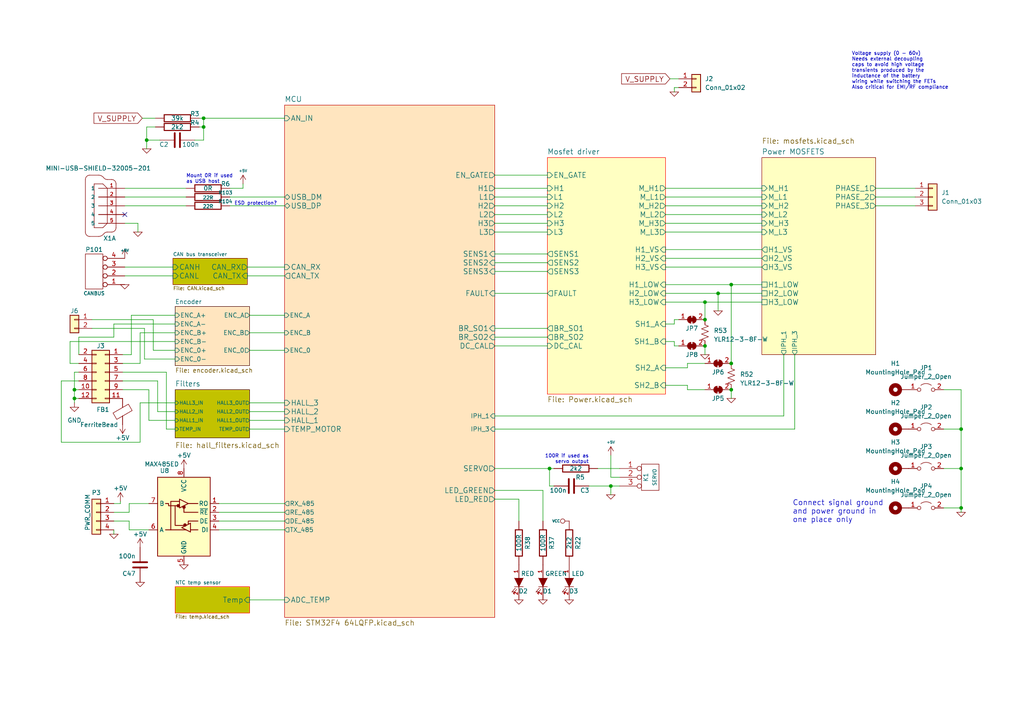
<source format=kicad_sch>
(kicad_sch (version 20230121) (generator eeschema)
  (paper "A4")
  (title_block (title "BLDC Driver 4.11") (date "21 aug 2015") (rev "4.12") (company "Benjamin Vedder") (comment 4 "Top level"))
  (lib_symbols
    (symbol "BLDC_4-rescue:+5V" (power) (pin_names (offset 0))
      (property "Value" "+5V" (at 0 3.556 0))
      (symbol "+5V_0_1"
        (polyline (pts (xy -0.762 1.27) (xy 0 2.54)))
        (polyline (pts (xy 0 0) (xy 0 2.54)))
        (polyline (pts (xy 0 2.54) (xy 0.762 1.27)))
      )
      (symbol "+5V_1_1"
        (pin power_in line (at 0 0 90) (length 0) hide (name "+5V") (number "1"))
      )
    )
    (symbol "BLDC_4-rescue:C-RESCUE-BLDC_4" (pin_numbers hide) (pin_names (offset 0.254))
      (property "Reference" "C" (at 0 2.54 0))
      (property "Value" "C-RESCUE-BLDC_4" (at 0.1524 -2.159 0))
      (symbol "C-RESCUE-BLDC_4_0_1"
        (polyline (pts (xy -2.032 -0.762) (xy 2.032 -0.762)) (stroke (width 0.508)))
        (polyline (pts (xy -2.032 0.762) (xy 2.032 0.762)) (stroke (width 0.508)))
      )
      (symbol "C-RESCUE-BLDC_4_1_1"
        (pin passive line (at 0 5.08 270) (length 4.318) (name "~") (number "1"))
        (pin passive line (at 0 -5.08 90) (length 4.318) (name "~") (number "2"))
      )
    )
    (symbol "BLDC_4-rescue:CONN_3" (pin_names (offset 1.016) hide)
      (property "Reference" "K" (at -1.27 0 90))
      (property "Value" "CONN_3" (at 1.27 0 90))
      (symbol "CONN_3_0_1"
        (rectangle (start -2.54 3.81) (end 2.54 -3.81))
      )
      (symbol "CONN_3_1_1"
        (pin passive inverted (at -8.89 2.54 0) (length 6.35) (name "P1") (number "1"))
        (pin passive inverted (at -8.89 0 0) (length 6.35) (name "PM") (number "2"))
        (pin passive inverted (at -8.89 -2.54 0) (length 6.35) (name "P3") (number "3"))
      )
    )
    (symbol "BLDC_4-rescue:CONN_4" (pin_names (offset 1.016) hide)
      (property "Reference" "P" (at -1.27 0 90))
      (property "Value" "CONN_4" (at 1.27 0 90))
      (symbol "CONN_4_0_1"
        (rectangle (start -2.54 5.08) (end 2.54 -5.08))
      )
      (symbol "CONN_4_1_1"
        (pin passive inverted (at -8.89 3.81 0) (length 6.35) (name "P1") (number "1"))
        (pin passive inverted (at -8.89 1.27 0) (length 6.35) (name "P2") (number "2"))
        (pin passive inverted (at -8.89 -1.27 0) (length 6.35) (name "P3") (number "3"))
        (pin passive inverted (at -8.89 -3.81 0) (length 6.35) (name "P4") (number "4"))
      )
    )
    (symbol "BLDC_4-rescue:GND-RESCUE-BLDC_4" (power) (pin_names (offset 0))
      (symbol "GND-RESCUE-BLDC_4_0_1"
        (polyline (pts (xy -1.27 0) (xy 0 -1.27) (xy 1.27 0) (xy -1.27 0)))
      )
      (symbol "GND-RESCUE-BLDC_4_1_1"
        (pin power_in line (at 0 0 90) (length 0) hide (name "GND") (number "1"))
      )
    )
    (symbol "BLDC_4-rescue:LED-RESCUE-BLDC_4" (pin_names (offset 1.016) hide)
      (property "Reference" "D" (at 0 2.54 0))
      (property "Value" "LED-RESCUE-BLDC_4" (at 0 -2.54 0))
      (symbol "LED-RESCUE-BLDC_4_0_1"
        (polyline (pts (xy 1.27 1.27) (xy 1.27 -1.27)))
        (polyline (pts (xy -1.27 1.27) (xy 1.27 0) (xy -1.27 -1.27)) (fill (type outline)))
        (polyline (pts (xy 1.651 -1.016) (xy 2.794 -2.032) (xy 2.667 -1.397)))
        (polyline (pts (xy 2.032 -0.635) (xy 3.175 -1.651) (xy 3.048 -1.016)))
      )
      (symbol "LED-RESCUE-BLDC_4_1_1"
        (pin passive line (at -5.08 0 0) (length 3.81) (name "A") (number "1"))
        (pin passive line (at 5.08 0 180) (length 3.81) (name "K") (number "2"))
      )
    )
    (symbol "BLDC_4-rescue:MINI-USB-SCHIELD-32005-201" (pin_names (offset 1.016))
      (property "Reference" "X" (at -2.54 11.43 90))
      (property "Value" "MINI-USB-SCHIELD-32005-201" (at 9.271 -7.62 90))
      (symbol "MINI-USB-SCHIELD-32005-201_1_0"
        (polyline (pts (xy -2.54 6.35) (xy -2.54 -6.35)))
        (polyline (pts (xy -1.27 -7.62) (xy 0 -7.62)))
        (polyline (pts (xy -1.27 7.62) (xy 0 7.62)))
        (polyline (pts (xy 0 -5.08) (xy 1.27 -6.35)))
        (polyline (pts (xy 0 5.08) (xy 0 -5.08)))
        (polyline (pts (xy 1.27 -6.35) (xy 3.81 -6.35)))
        (polyline (pts (xy 1.27 6.35) (xy 0 5.08)))
        (polyline (pts (xy 2.54 -8.89) (xy 5.08 -8.89)))
        (polyline (pts (xy 2.54 8.89) (xy 5.08 8.89)))
        (polyline (pts (xy 3.81 -6.35) (xy 3.81 6.35)))
        (polyline (pts (xy 3.81 6.35) (xy 1.27 6.35)))
        (polyline (pts (xy 6.35 -7.62) (xy 6.35 7.62)))
      )
      (symbol "MINI-USB-SCHIELD-32005-201_1_1"
        (arc (start -2.54 -6.35) (mid -2.168 -7.248) (end -1.27 -7.62))
        (arc (start -1.27 7.62) (mid -2.168 7.248) (end -2.54 6.35))
        (arc (start 0 7.62) (mid 0.568 7.7541) (end 1.016 8.128))
        (arc (start 1.016 -8.128) (mid 0.568 -7.7541) (end 0 -7.62))
        (arc (start 1.016 -8.128) (mid 1.6881 -8.6889) (end 2.54 -8.89))
        (arc (start 2.54 8.89) (mid 1.6881 8.6889) (end 1.016 8.128))
        (arc (start 5.08 -8.89) (mid 5.978 -8.518) (end 6.35 -7.62))
        (arc (start 6.35 7.62) (mid 5.978 8.518) (end 5.08 8.89))
        (pin passive line (at -5.08 5.08 0) (length 7.62) (name "1") (number "1"))
        (pin passive line (at -5.08 2.54 0) (length 7.62) (name "2") (number "2"))
        (pin passive line (at -5.08 0 0) (length 7.62) (name "3") (number "3"))
        (pin passive line (at -5.08 -2.54 0) (length 7.62) (name "4") (number "4"))
        (pin passive line (at -5.08 -5.08 0) (length 7.62) (name "5") (number "5"))
      )
      (symbol "MINI-USB-SCHIELD-32005-201_2_0"
        (polyline (pts (xy -2.54 -1.27) (xy -2.54 0)))
        (polyline (pts (xy -2.54 0) (xy 0 0)))
        (polyline (pts (xy 0 -1.27) (xy 0 0)))
        (polyline (pts (xy 0 0) (xy 2.54 0)))
        (polyline (pts (xy 2.54 -1.27) (xy 2.54 0)))
        (polyline (pts (xy 2.54 0) (xy 5.08 0)))
        (polyline (pts (xy 5.08 20.32) (xy 0 20.32)))
        (polyline (pts (xy 7.62 2.54) (xy 7.62 17.78)))
      )
      (symbol "MINI-USB-SCHIELD-32005-201_2_1"
        (arc (start 5.08 0) (mid 6.8761 0.7439) (end 7.62 2.54))
        (arc (start 7.62 17.78) (mid 6.8761 19.5761) (end 5.08 20.32))
        (pin passive line (at -2.54 -2.54 90) (length 2.54) (name "S1") (number "M1"))
        (pin passive line (at 0 -2.54 90) (length 2.54) (name "S2") (number "M2"))
        (pin passive line (at 2.54 -2.54 90) (length 2.54) (name "S3") (number "M3"))
        (pin passive line (at 5.08 -2.54 90) (length 2.54) (name "S4") (number "M4"))
      )
    )
    (symbol "BLDC_4-rescue:R-RESCUE-BLDC_4" (pin_numbers hide) (pin_names (offset 0))
      (property "Reference" "R" (at 2.032 0 90))
      (property "Value" "R-RESCUE-BLDC_4" (at 0.1778 0.0254 90))
      (symbol "R-RESCUE-BLDC_4_0_1"
        (rectangle (start -1.016 3.81) (end 1.016 -3.81) (stroke (width 0.3048)))
      )
      (symbol "R-RESCUE-BLDC_4_1_1"
        (pin passive line (at 0 6.35 270) (length 2.54) (name "~") (number "1"))
        (pin passive line (at 0 -6.35 90) (length 2.54) (name "~") (number "2"))
      )
    )
    (symbol "BLDC_4-rescue:VCC" (power) (pin_names (offset 0))
      (property "Value" "VCC" (at 0 3.81 0))
      (symbol "VCC_0_1"
        (polyline (pts (xy 0 0) (xy 0 1.27)))
        (circle (center 0 1.905) (radius 0.635))
      )
      (symbol "VCC_1_1"
        (pin power_in line (at 0 0 90) (length 0) hide (name "VCC") (number "1"))
      )
    )
    (symbol "Connector_Generic:Conn_01x02" (pin_names (offset 1.016) hide)
      (property "Reference" "J" (at 0 2.54 0))
      (property "Value" "Conn_01x02" (at 0 -5.08 0))
      (symbol "Conn_01x02_1_1"
        (rectangle (start -1.27 -2.413) (end 0 -2.667) (stroke (width 0.1524)))
        (rectangle (start -1.27 0.127) (end 0 -0.127) (stroke (width 0.1524)))
        (rectangle (start -1.27 1.27) (end 1.27 -3.81) (stroke (width 0.254)) (fill (type background)))
        (pin passive line (at -5.08 0 0) (length 3.81) (name "Pin_1") (number "1"))
        (pin passive line (at -5.08 -2.54 0) (length 3.81) (name "Pin_2") (number "2"))
      )
    )
    (symbol "Connector_Generic:Conn_01x03" (pin_names (offset 1.016) hide)
      (property "Reference" "J" (at 0 5.08 0))
      (property "Value" "Conn_01x03" (at 0 -5.08 0))
      (symbol "Conn_01x03_1_1"
        (rectangle (start -1.27 -2.413) (end 0 -2.667) (stroke (width 0.1524)))
        (rectangle (start -1.27 0.127) (end 0 -0.127) (stroke (width 0.1524)))
        (rectangle (start -1.27 2.667) (end 0 2.413) (stroke (width 0.1524)))
        (rectangle (start -1.27 3.81) (end 1.27 -3.81) (stroke (width 0.254)) (fill (type background)))
        (pin passive line (at -5.08 2.54 0) (length 3.81) (name "Pin_1") (number "1"))
        (pin passive line (at -5.08 0 0) (length 3.81) (name "Pin_2") (number "2"))
        (pin passive line (at -5.08 -2.54 0) (length 3.81) (name "Pin_3") (number "3"))
      )
    )
    (symbol "Connector_Generic:Conn_01x04" (pin_names (offset 1.016) hide)
      (property "Reference" "J" (at 0 5.08 0))
      (property "Value" "Conn_01x04" (at 0 -7.62 0))
      (symbol "Conn_01x04_1_1"
        (rectangle (start -1.27 -4.953) (end 0 -5.207) (stroke (width 0.1524)))
        (rectangle (start -1.27 -2.413) (end 0 -2.667) (stroke (width 0.1524)))
        (rectangle (start -1.27 0.127) (end 0 -0.127) (stroke (width 0.1524)))
        (rectangle (start -1.27 2.667) (end 0 2.413) (stroke (width 0.1524)))
        (rectangle (start -1.27 3.81) (end 1.27 -6.35) (stroke (width 0.254)) (fill (type background)))
        (pin passive line (at -5.08 2.54 0) (length 3.81) (name "Pin_1") (number "1"))
        (pin passive line (at -5.08 0 0) (length 3.81) (name "Pin_2") (number "2"))
        (pin passive line (at -5.08 -2.54 0) (length 3.81) (name "Pin_3") (number "3"))
        (pin passive line (at -5.08 -5.08 0) (length 3.81) (name "Pin_4") (number "4"))
      )
    )
    (symbol "Connector_Generic:Conn_02x06_Odd_Even" (pin_names (offset 1.016) hide)
      (property "Reference" "J" (at 1.27 7.62 0))
      (property "Value" "Conn_02x06_Odd_Even" (at 1.27 -10.16 0))
      (symbol "Conn_02x06_Odd_Even_1_1"
        (rectangle (start -1.27 -7.493) (end 0 -7.747) (stroke (width 0.1524)))
        (rectangle (start -1.27 -4.953) (end 0 -5.207) (stroke (width 0.1524)))
        (rectangle (start -1.27 -2.413) (end 0 -2.667) (stroke (width 0.1524)))
        (rectangle (start -1.27 0.127) (end 0 -0.127) (stroke (width 0.1524)))
        (rectangle (start -1.27 2.667) (end 0 2.413) (stroke (width 0.1524)))
        (rectangle (start -1.27 5.207) (end 0 4.953) (stroke (width 0.1524)))
        (rectangle (start -1.27 6.35) (end 3.81 -8.89) (stroke (width 0.254)) (fill (type background)))
        (rectangle (start 3.81 -7.493) (end 2.54 -7.747) (stroke (width 0.1524)))
        (rectangle (start 3.81 -4.953) (end 2.54 -5.207) (stroke (width 0.1524)))
        (rectangle (start 3.81 -2.413) (end 2.54 -2.667) (stroke (width 0.1524)))
        (rectangle (start 3.81 0.127) (end 2.54 -0.127) (stroke (width 0.1524)))
        (rectangle (start 3.81 2.667) (end 2.54 2.413) (stroke (width 0.1524)))
        (rectangle (start 3.81 5.207) (end 2.54 4.953) (stroke (width 0.1524)))
        (pin passive line (at -5.08 5.08 0) (length 3.81) (name "Pin_1") (number "1"))
        (pin passive line (at 7.62 -5.08 180) (length 3.81) (name "Pin_10") (number "10"))
        (pin passive line (at -5.08 -7.62 0) (length 3.81) (name "Pin_11") (number "11"))
        (pin passive line (at 7.62 -7.62 180) (length 3.81) (name "Pin_12") (number "12"))
        (pin passive line (at 7.62 5.08 180) (length 3.81) (name "Pin_2") (number "2"))
        (pin passive line (at -5.08 2.54 0) (length 3.81) (name "Pin_3") (number "3"))
        (pin passive line (at 7.62 2.54 180) (length 3.81) (name "Pin_4") (number "4"))
        (pin passive line (at -5.08 0 0) (length 3.81) (name "Pin_5") (number "5"))
        (pin passive line (at 7.62 0 180) (length 3.81) (name "Pin_6") (number "6"))
        (pin passive line (at -5.08 -2.54 0) (length 3.81) (name "Pin_7") (number "7"))
        (pin passive line (at 7.62 -2.54 180) (length 3.81) (name "Pin_8") (number "8"))
        (pin passive line (at -5.08 -5.08 0) (length 3.81) (name "Pin_9") (number "9"))
      )
    )
    (symbol "Device:FerriteBead" (pin_numbers hide) (pin_names (offset 0))
      (property "Reference" "FB" (at -3.81 0.635 90))
      (property "Value" "FerriteBead" (at 3.81 0 90))
      (symbol "FerriteBead_0_1"
        (polyline (pts (xy 0 -1.27) (xy 0 -1.2192)))
        (polyline (pts (xy 0 1.27) (xy 0 1.2954)))
        (polyline (pts (xy -2.7686 0.4064) (xy -1.7018 2.2606) (xy 2.7686 -0.3048) (xy 1.6764 -2.159) (xy -2.7686 0.4064)))
      )
      (symbol "FerriteBead_1_1"
        (pin passive line (at 0 3.81 270) (length 2.54) (name "~") (number "1"))
        (pin passive line (at 0 -3.81 90) (length 2.54) (name "~") (number "2"))
      )
    )
    (symbol "Device:R_US" (pin_numbers hide) (pin_names (offset 0))
      (property "Reference" "R" (at 2.54 0 90))
      (property "Value" "R_US" (at -2.54 0 90))
      (symbol "R_US_0_1"
        (polyline (pts (xy 0 -2.286) (xy 0 -2.54)))
        (polyline (pts (xy 0 2.286) (xy 0 2.54)))
        (polyline (pts (xy 0 -0.762) (xy 1.016 -1.143) (xy 0 -1.524) (xy -1.016 -1.905) (xy 0 -2.286)))
        (polyline (pts (xy 0 0.762) (xy 1.016 0.381) (xy 0 0) (xy -1.016 -0.381) (xy 0 -0.762)))
        (polyline (pts (xy 0 2.286) (xy 1.016 1.905) (xy 0 1.524) (xy -1.016 1.143) (xy 0 0.762)))
      )
      (symbol "R_US_1_1"
        (pin passive line (at 0 3.81 270) (length 1.27) (name "~") (number "1"))
        (pin passive line (at 0 -3.81 90) (length 1.27) (name "~") (number "2"))
      )
    )
    (symbol "Interface_UART:MAX485E"
      (property "Reference" "U" (at -6.096 11.43 0))
      (property "Value" "MAX485E" (at 0.762 11.43 0))
      (symbol "MAX485E_0_1"
        (rectangle (start -7.62 10.16) (end 7.62 -12.7) (stroke (width 0.254)) (fill (type background)))
        (circle (center -0.3048 -3.683) (radius 0.3556) (stroke (width 0.254)) (fill (type outline)))
        (circle (center -0.0254 1.4986) (radius 0.3556) (stroke (width 0.254)) (fill (type outline)))
        (polyline (pts (xy -4.064 -5.08) (xy -1.905 -5.08)) (stroke (width 0.254)))
        (polyline (pts (xy -4.064 2.54) (xy -1.27 2.54)) (stroke (width 0.254)))
        (polyline (pts (xy -1.27 -3.2004) (xy -1.27 -3.4544)) (stroke (width 0.254)))
        (polyline (pts (xy -0.635 -5.08) (xy 5.334 -5.08)) (stroke (width 0.254)))
        (polyline (pts (xy -4.064 -2.54) (xy -1.27 -2.54) (xy -1.27 -3.175)) (stroke (width 0.254)))
        (polyline (pts (xy 0 1.27) (xy 0 0) (xy -4.064 0)) (stroke (width 0.254)))
        (polyline (pts (xy 1.27 3.175) (xy 3.81 3.175) (xy 3.81 -5.08)) (stroke (width 0.254)))
        (polyline (pts (xy 2.54 1.905) (xy 2.54 -3.81) (xy 0 -3.81)) (stroke (width 0.254)))
        (polyline (pts (xy -1.905 -3.175) (xy -1.905 -5.715) (xy 0.635 -4.445) (xy -1.905 -3.175)) (stroke (width 0.254)))
        (polyline (pts (xy -1.27 2.54) (xy 1.27 3.81) (xy 1.27 1.27) (xy -1.27 2.54)) (stroke (width 0.254)))
        (polyline (pts (xy 1.905 1.905) (xy 4.445 1.905) (xy 4.445 2.54) (xy 5.334 2.54)) (stroke (width 0.254)))
        (rectangle (start 1.27 3.175) (end 1.27 3.175))
        (circle (center 1.651 1.905) (radius 0.3556) (stroke (width 0.254)) (fill (type outline)))
      )
      (symbol "MAX485E_1_1"
        (pin output line (at -10.16 2.54 0) (length 2.54) (name "RO") (number "1"))
        (pin input line (at -10.16 0 0) (length 2.54) (name "~{RE}") (number "2"))
        (pin input line (at -10.16 -2.54 0) (length 2.54) (name "DE") (number "3"))
        (pin input line (at -10.16 -5.08 0) (length 2.54) (name "DI") (number "4"))
        (pin power_in line (at 0 -15.24 90) (length 2.54) (name "GND") (number "5"))
        (pin bidirectional line (at 10.16 -5.08 180) (length 2.54) (name "A") (number "6"))
        (pin bidirectional line (at 10.16 2.54 180) (length 2.54) (name "B") (number "7"))
        (pin power_in line (at 0 12.7 270) (length 2.54) (name "VCC") (number "8"))
      )
    )
    (symbol "Jumper:Jumper_2_Open" (pin_names (offset 0) hide)
      (property "Reference" "JP" (at 0 2.794 0))
      (property "Value" "Jumper_2_Open" (at 0 -2.286 0))
      (symbol "Jumper_2_Open_0_0"
        (circle (center -2.032 0) (radius 0.508))
        (circle (center 2.032 0) (radius 0.508))
      )
      (symbol "Jumper_2_Open_0_1"
        (arc (start 1.524 1.27) (mid 0 1.778) (end -1.524 1.27))
      )
      (symbol "Jumper_2_Open_1_1"
        (pin passive line (at -5.08 0 0) (length 2.54) (name "A") (number "1"))
        (pin passive line (at 5.08 0 180) (length 2.54) (name "B") (number "2"))
      )
    )
    (symbol "Jumper:SolderJumper_2_Bridged" (pin_names (offset 0) hide)
      (property "Reference" "JP" (at 0 2.032 0))
      (property "Value" "SolderJumper_2_Bridged" (at 0 -2.54 0))
      (symbol "SolderJumper_2_Bridged_0_1"
        (rectangle (start -0.508 0.508) (end 0.508 -0.508) (fill (type outline)))
        (arc (start -0.254 1.016) (mid -1.2656 0) (end -0.254 -1.016))
        (arc (start -0.254 1.016) (mid -1.2656 0) (end -0.254 -1.016) (fill (type outline)))
        (polyline (pts (xy -0.254 1.016) (xy -0.254 -1.016)))
        (polyline (pts (xy 0.254 1.016) (xy 0.254 -1.016)))
        (arc (start 0.254 -1.016) (mid 1.2656 0) (end 0.254 1.016))
        (arc (start 0.254 -1.016) (mid 1.2656 0) (end 0.254 1.016) (fill (type outline)))
      )
      (symbol "SolderJumper_2_Bridged_1_1"
        (pin passive line (at -3.81 0 0) (length 2.54) (name "A") (number "1"))
        (pin passive line (at 3.81 0 180) (length 2.54) (name "B") (number "2"))
      )
    )
    (symbol "Mechanical:MountingHole_Pad" (pin_numbers hide) (pin_names (offset 1.016) hide)
      (property "Reference" "H" (at 0 6.35 0))
      (property "Value" "MountingHole_Pad" (at 0 4.445 0))
      (symbol "MountingHole_Pad_0_1"
        (circle (center 0 1.27) (radius 1.27) (stroke (width 1.27)))
      )
      (symbol "MountingHole_Pad_1_1"
        (pin input line (at 0 -2.54 90) (length 2.54) (name "1") (number "1"))
      )
    )
    (symbol "power:+5V" (power) (pin_names (offset 0))
      (property "Value" "+5V" (at 0 3.556 0))
      (symbol "+5V_0_1"
        (polyline (pts (xy -0.762 1.27) (xy 0 2.54)))
        (polyline (pts (xy 0 0) (xy 0 2.54)))
        (polyline (pts (xy 0 2.54) (xy 0.762 1.27)))
      )
      (symbol "+5V_1_1"
        (pin power_in line (at 0 0 90) (length 0) hide (name "+5V") (number "1"))
      )
    )
    (symbol "power:GND" (power) (pin_names (offset 0))
      (property "Value" "GND" (at 0 -3.81 0))
      (symbol "GND_0_1"
        (polyline (pts (xy 0 0) (xy 0 -1.27) (xy 1.27 -1.27) (xy 0 -2.54) (xy -1.27 -1.27) (xy 0 -1.27)))
      )
      (symbol "GND_1_1"
        (pin power_in line (at 0 0 270) (length 0) hide (name "GND") (number "1"))
      )
    )
  )
  (junction (at 212.09 82.55))
  (junction (at 212.09 113.03))
  (junction (at 177.165 140.97))
  (junction (at 278.765 124.46))
  (junction (at 212.09 105.41))
  (junction (at 278.765 147.32))
  (junction (at 21.59 115.57))
  (junction (at 159.385 135.89))
  (junction (at 208.28 85.09))
  (junction (at 59.055 36.83))
  (junction (at 42.545 40.64))
  (junction (at 21.59 113.03))
  (junction (at 204.47 100.33))
  (junction (at 278.765 135.89))
  (junction (at 59.055 34.29))
  (junction (at 204.47 87.63))
  (junction (at 204.47 92.71))
  (no_connect (at 36.195 62.23))
  (wire (pts (xy 143.51 62.23) (xy 158.75 62.23)))
  (wire (pts (xy 195.58 92.71) (xy 195.58 93.98)))
  (wire (pts (xy 17.78 128.27) (xy 17.78 110.49)))
  (wire (pts (xy 278.765 124.46) (xy 278.765 135.89)))
  (wire (pts (xy 33.02 153.67) (xy 33.02 154.94)))
  (wire (pts (xy 59.055 34.29) (xy 59.055 36.83)))
  (wire (pts (xy 40.005 67.31) (xy 40.005 64.77)))
  (wire (pts (xy 158.75 97.79) (xy 143.51 97.79)))
  (wire (pts (xy 157.48 142.24) (xy 143.51 142.24)))
  (wire (pts (xy 41.91 95.25) (xy 26.67 95.25)))
  (wire (pts (xy 143.51 100.33) (xy 158.75 100.33)))
  (wire (pts (xy 50.8 119.38) (xy 45.72 119.38)))
  (wire (pts (xy 204.47 87.63) (xy 220.98 87.63)))
  (wire (pts (xy 193.04 85.09) (xy 208.28 85.09)))
  (wire (pts (xy 278.765 147.32) (xy 278.765 148.59)))
  (wire (pts (xy 158.75 64.77) (xy 143.51 64.77)))
  (wire (pts (xy 50.8 116.84) (xy 40.64 116.84)))
  (wire (pts (xy 177.165 138.43) (xy 177.165 132.08)))
  (wire (pts (xy 43.18 113.03) (xy 35.56 113.03)))
  (wire (pts (xy 193.04 57.15) (xy 220.98 57.15)))
  (wire (pts (xy 143.51 144.78) (xy 150.495 144.78)))
  (wire (pts (xy 204.47 113.03) (xy 199.39 113.03)))
  (wire (pts (xy 193.04 74.93) (xy 220.98 74.93)))
  (wire (pts (xy 254 57.15) (xy 265.43 57.15)))
  (wire (pts (xy 177.165 140.97) (xy 179.705 140.97)))
  (wire (pts (xy 59.055 40.64) (xy 56.515 40.64)))
  (wire (pts (xy 143.51 57.15) (xy 158.75 57.15)))
  (wire (pts (xy 254 54.61) (xy 265.43 54.61)))
  (wire (pts (xy 43.18 121.92) (xy 43.18 113.03)))
  (wire (pts (xy 193.04 64.77) (xy 220.98 64.77)))
  (wire (pts (xy 159.385 135.89) (xy 159.385 140.97)))
  (wire (pts (xy 159.385 135.89) (xy 160.655 135.89)))
  (wire (pts (xy 177.165 140.97) (xy 177.165 143.51)))
  (wire (pts (xy 278.765 113.03) (xy 278.765 124.46)))
  (wire (pts (xy 42.545 36.83) (xy 45.085 36.83)))
  (wire (pts (xy 50.8 121.92) (xy 43.18 121.92)))
  (wire (pts (xy 158.75 54.61) (xy 143.51 54.61)))
  (wire (pts (xy 143.51 85.09) (xy 158.75 85.09)))
  (wire (pts (xy 72.39 124.46) (xy 82.55 124.46)))
  (wire (pts (xy 20.32 99.06) (xy 20.32 105.41)))
  (wire (pts (xy 143.51 120.65) (xy 227.33 120.65)))
  (wire (pts (xy 38.1 91.44) (xy 38.1 102.87)))
  (wire (pts (xy 143.51 124.46) (xy 230.505 124.46)))
  (wire (pts (xy 273.685 135.89) (xy 278.765 135.89)))
  (wire (pts (xy 170.815 140.97) (xy 177.165 140.97)))
  (wire (pts (xy 50.8 101.6) (xy 44.45 101.6)))
  (wire (pts (xy 199.39 111.76) (xy 193.04 111.76)))
  (wire (pts (xy 53.975 54.61) (xy 36.195 54.61)))
  (wire (pts (xy 195.58 99.06) (xy 193.04 99.06)))
  (wire (pts (xy 40.64 105.41) (xy 35.56 105.41)))
  (wire (pts (xy 59.055 34.29) (xy 82.55 34.29)))
  (wire (pts (xy 273.685 113.03) (xy 278.765 113.03)))
  (wire (pts (xy 143.51 135.89) (xy 159.385 135.89)))
  (wire (pts (xy 72.39 116.84) (xy 82.55 116.84)))
  (wire (pts (xy 199.39 105.41) (xy 199.39 106.68)))
  (wire (pts (xy 63.5 146.05) (xy 82.55 146.05)))
  (wire (pts (xy 208.28 85.09) (xy 220.98 85.09)))
  (wire (pts (xy 20.32 105.41) (xy 22.86 105.41)))
  (wire (pts (xy 157.48 151.13) (xy 157.48 142.24)))
  (wire (pts (xy 53.975 57.15) (xy 36.195 57.15)))
  (wire (pts (xy 196.85 25.4) (xy 195.58 25.4)))
  (wire (pts (xy 195.58 100.33) (xy 195.58 99.06)))
  (wire (pts (xy 193.04 67.31) (xy 220.98 67.31)))
  (wire (pts (xy 37.465 153.67) (xy 43.18 153.67)))
  (wire (pts (xy 22.86 97.79) (xy 22.86 102.87)))
  (wire (pts (xy 66.675 59.69) (xy 82.55 59.69)))
  (wire (pts (xy 48.26 107.95) (xy 35.56 107.95)))
  (wire (pts (xy 22.86 113.03) (xy 21.59 113.03)))
  (wire (pts (xy 273.685 124.46) (xy 278.765 124.46)))
  (wire (pts (xy 40.64 96.52) (xy 40.64 105.41)))
  (wire (pts (xy 45.72 110.49) (xy 35.56 110.49)))
  (wire (pts (xy 278.765 147.32) (xy 278.765 135.89)))
  (wire (pts (xy 38.1 102.87) (xy 35.56 102.87)))
  (wire (pts (xy 212.09 82.55) (xy 212.09 105.41)))
  (wire (pts (xy 40.64 116.84) (xy 40.64 128.27)))
  (wire (pts (xy 70.485 53.34) (xy 70.485 54.61)))
  (wire (pts (xy 44.45 92.71) (xy 26.67 92.71)))
  (wire (pts (xy 158.75 59.69) (xy 143.51 59.69)))
  (wire (pts (xy 66.675 57.15) (xy 82.55 57.15)))
  (wire (pts (xy 150.495 144.78) (xy 150.495 151.13)))
  (wire (pts (xy 59.055 36.83) (xy 59.055 40.64)))
  (wire (pts (xy 212.09 82.55) (xy 220.98 82.55)))
  (wire (pts (xy 208.28 85.09) (xy 208.28 90.17)))
  (wire (pts (xy 36.195 77.47) (xy 50.165 77.47)))
  (wire (pts (xy 193.04 72.39) (xy 220.98 72.39)))
  (wire (pts (xy 193.04 54.61) (xy 220.98 54.61)))
  (wire (pts (xy 36.195 59.69) (xy 53.975 59.69)))
  (wire (pts (xy 57.785 34.29) (xy 59.055 34.29)))
  (wire (pts (xy 42.545 36.83) (xy 42.545 40.64)))
  (wire (pts (xy 37.465 146.05) (xy 43.18 146.05)))
  (wire (pts (xy 63.5 148.59) (xy 82.55 148.59)))
  (wire (pts (xy 143.51 67.31) (xy 158.75 67.31)))
  (wire (pts (xy 194.31 22.86) (xy 196.85 22.86)))
  (wire (pts (xy 196.85 92.71) (xy 195.58 92.71)))
  (wire (pts (xy 72.39 96.52) (xy 82.55 96.52)))
  (wire (pts (xy 195.58 25.4) (xy 195.58 26.67)))
  (wire (pts (xy 21.59 115.57) (xy 21.59 116.84)))
  (wire (pts (xy 193.04 62.23) (xy 220.98 62.23)))
  (wire (pts (xy 70.485 54.61) (xy 66.675 54.61)))
  (wire (pts (xy 227.33 120.65) (xy 227.33 102.87)))
  (wire (pts (xy 42.545 40.64) (xy 42.545 43.18)))
  (wire (pts (xy 254 59.69) (xy 265.43 59.69)))
  (wire (pts (xy 34.925 146.05) (xy 34.925 145.415)))
  (wire (pts (xy 159.385 140.97) (xy 160.655 140.97)))
  (wire (pts (xy 196.85 100.33) (xy 195.58 100.33)))
  (wire (pts (xy 17.78 110.49) (xy 22.86 110.49)))
  (wire (pts (xy 57.785 36.83) (xy 59.055 36.83)))
  (wire (pts (xy 50.8 104.14) (xy 41.91 104.14)))
  (wire (pts (xy 36.195 80.01) (xy 50.165 80.01)))
  (wire (pts (xy 71.755 77.47) (xy 82.55 77.47)))
  (wire (pts (xy 63.5 153.67) (xy 82.55 153.67)))
  (wire (pts (xy 158.75 78.74) (xy 143.51 78.74)))
  (wire (pts (xy 63.5 151.13) (xy 82.55 151.13)))
  (wire (pts (xy 143.51 50.8) (xy 158.75 50.8)))
  (wire (pts (xy 72.39 119.38) (xy 82.55 119.38)))
  (wire (pts (xy 199.39 113.03) (xy 199.39 111.76)))
  (wire (pts (xy 179.705 138.43) (xy 177.165 138.43)))
  (wire (pts (xy 193.04 87.63) (xy 204.47 87.63)))
  (wire (pts (xy 48.26 124.46) (xy 48.26 107.95)))
  (wire (pts (xy 40.64 128.27) (xy 17.78 128.27)))
  (wire (pts (xy 72.39 101.6) (xy 82.55 101.6)))
  (wire (pts (xy 158.75 73.66) (xy 143.51 73.66)))
  (wire (pts (xy 50.8 96.52) (xy 40.64 96.52)))
  (wire (pts (xy 82.55 80.01) (xy 71.755 80.01)))
  (wire (pts (xy 33.02 97.79) (xy 33.02 93.98)))
  (wire (pts (xy 37.465 151.13) (xy 37.465 153.67)))
  (wire (pts (xy 72.39 121.92) (xy 82.55 121.92)))
  (wire (pts (xy 193.04 59.69) (xy 220.98 59.69)))
  (wire (pts (xy 22.86 115.57) (xy 21.59 115.57)))
  (wire (pts (xy 44.45 101.6) (xy 44.45 92.71)))
  (wire (pts (xy 273.685 147.32) (xy 278.765 147.32)))
  (wire (pts (xy 143.51 76.2) (xy 158.75 76.2)))
  (wire (pts (xy 50.8 99.06) (xy 20.32 99.06)))
  (wire (pts (xy 204.47 87.63) (xy 204.47 92.71)))
  (wire (pts (xy 46.355 40.64) (xy 42.545 40.64)))
  (wire (pts (xy 45.72 119.38) (xy 45.72 110.49)))
  (wire (pts (xy 72.39 173.99) (xy 82.55 173.99)))
  (wire (pts (xy 193.04 77.47) (xy 220.98 77.47)))
  (wire (pts (xy 199.39 106.68) (xy 193.04 106.68)))
  (wire (pts (xy 50.8 91.44) (xy 38.1 91.44)))
  (wire (pts (xy 21.59 107.95) (xy 21.59 113.03)))
  (wire (pts (xy 37.465 148.59) (xy 37.465 146.05)))
  (wire (pts (xy 45.085 34.29) (xy 41.275 34.29)))
  (wire (pts (xy 179.705 135.89) (xy 173.355 135.89)))
  (wire (pts (xy 204.47 100.33) (xy 204.47 102.87)))
  (wire (pts (xy 212.09 113.03) (xy 212.09 115.57)))
  (wire (pts (xy 195.58 93.98) (xy 193.04 93.98)))
  (wire (pts (xy 50.8 124.46) (xy 48.26 124.46)))
  (wire (pts (xy 33.02 97.79) (xy 22.86 97.79)))
  (wire (pts (xy 40.005 64.77) (xy 36.195 64.77)))
  (wire (pts (xy 143.51 95.25) (xy 158.75 95.25)))
  (wire (pts (xy 230.505 124.46) (xy 230.505 102.87)))
  (wire (pts (xy 22.86 107.95) (xy 21.59 107.95)))
  (wire (pts (xy 33.02 151.13) (xy 37.465 151.13)))
  (wire (pts (xy 33.02 93.98) (xy 50.8 93.98)))
  (wire (pts (xy 204.47 105.41) (xy 199.39 105.41)))
  (wire (pts (xy 21.59 113.03) (xy 21.59 115.57)))
  (wire (pts (xy 41.91 104.14) (xy 41.91 95.25)))
  (wire (pts (xy 193.04 82.55) (xy 212.09 82.55)))
  (wire (pts (xy 72.39 91.44) (xy 82.55 91.44)))
  (wire (pts (xy 33.02 146.05) (xy 34.925 146.05)))
  (wire (pts (xy 33.02 148.59) (xy 37.465 148.59)))
  (text "100R if used as\nservo output" (at 170.815 134.62 0) (effects (font (size 1.016 1.016)) (justify right bottom)))
  (text "Voltage supply (0 - 60v)\nNeeds external decoupling\ncaps to avoid high voltage\ntransients produced by the\ninductance of the battery\nwiring while switching the FETs\nAlso critical for EMI/RF compliance" (at 247.015 26.035 0) (effects (font (size 1.016 1.016)) (justify left bottom)))
  (text "Connect signal ground\nand power ground in\none place only" (at 229.87 151.765 0) (effects (font (size 1.524 1.524)) (justify left bottom)))
  (text "Mount 0R if used\nas USB host" (at 53.975 53.34 0) (effects (font (size 1.016 1.016)) (justify left bottom)))
  (text "ESD protection?\n" (at 67.945 59.69 0) (effects (font (size 1.016 1.016)) (justify left bottom)))
  (global_label "V_SUPPLY" (shape input) (at 41.275 34.29 180) (effects (font (size 1.524 1.524))) (property "Intersheetrefs" "${INTERSHEET_REFS}" (effects hide)))
  (global_label "V_SUPPLY" (shape input) (at 194.31 22.86 180) (effects (font (size 1.524 1.524))) (property "Intersheetrefs" "${INTERSHEET_REFS}" (effects hide)))
  (symbol (lib_id "BLDC_4-rescue:C-RESCUE-BLDC_4") (at 165.735 140.97 270) (unit 1)
    (property "Reference" "C3" (at 168.275 142.24 90) (effects (justify left)))
    (property "Value" "100n" (at 159.385 142.24 90) (effects (justify left)))
    (property "Footprint" "CRF1:SMD-0603_c" (effects hide))
  )
  (symbol (lib_id "BLDC_4-rescue:R-RESCUE-BLDC_4") (at 167.005 135.89 90) (unit 1)
    (property "Reference" "R5" (at 168.275 138.43 90))
    (property "Value" "2k2" (at 167.005 135.89 90))
    (property "Footprint" "CRF1:SMD-0603_r" (effects hide))
  )
  (symbol (lib_id "BLDC_4-rescue:C-RESCUE-BLDC_4") (at 51.435 40.64 90) (mirror x) (unit 1)
    (property "Reference" "C2" (at 48.895 41.91 90) (effects (justify left)))
    (property "Value" "100n" (at 57.785 41.91 90) (effects (justify left)))
    (property "Footprint" "CRF1:SMD-0603_c" (effects hide))
  )
  (symbol (lib_id "BLDC_4-rescue:GND-RESCUE-BLDC_4") (at 177.165 143.51 0) (unit 1)
    (property "Reference" "#PWR03" (effects hide))
    (property "Value" "GND" (effects hide))
  )
  (symbol (lib_id "BLDC_4-rescue:CONN_3") (at 188.595 138.43 0) (unit 1)
    (property "Reference" "K1" (at 187.325 138.43 90))
    (property "Value" "SERVO" (at 189.865 138.43 90) (effects (font (size 1.016 1.016))))
    (property "Footprint" "Connector_PinHeader_2.54mm:PinHeader_1x03_P2.54mm_Horizontal" (effects hide))
  )
  (symbol (lib_id "BLDC_4-rescue:GND-RESCUE-BLDC_4") (at 42.545 43.18 0) (mirror y) (unit 1)
    (property "Reference" "#PWR04" (effects hide))
    (property "Value" "GND" (effects hide))
  )
  (symbol (lib_id "BLDC_4-rescue:R-RESCUE-BLDC_4") (at 51.435 36.83 90) (mirror x) (unit 1)
    (property "Reference" "R4" (at 56.515 35.56 90))
    (property "Value" "2k2" (at 51.435 36.83 90))
    (property "Footprint" "CRF1:SMD-0603_r" (effects hide))
  )
  (symbol (lib_id "BLDC_4-rescue:R-RESCUE-BLDC_4") (at 51.435 34.29 90) (mirror x) (unit 1)
    (property "Reference" "R3" (at 56.515 33.02 90))
    (property "Value" "39k" (at 51.435 34.29 90))
    (property "Footprint" "CRF1:SMD-0603_r" (effects hide))
  )
  (symbol (lib_id "BLDC_4-rescue:GND-RESCUE-BLDC_4") (at 33.02 154.94 0) (mirror y) (unit 1)
    (property "Reference" "#PWR05" (effects hide))
    (property "Value" "GND" (effects hide))
  )
  (symbol (lib_id "BLDC_4-rescue:GND-RESCUE-BLDC_4") (at 40.005 67.31 0) (unit 1)
    (property "Reference" "#PWR06" (effects hide))
    (property "Value" "GND" (effects hide))
  )
  (symbol (lib_id "BLDC_4-rescue:MINI-USB-SCHIELD-32005-201") (at 31.115 59.69 0) (mirror y) (unit 1)
    (property "Reference" "X1" (at 33.655 69.85 0) (effects (justify left bottom)))
    (property "Value" "MINI-USB-SHIELD-32005-201" (at 43.815 49.53 0) (effects (justify left bottom)))
    (property "Footprint" "CRF1:USB-UX60R-MB-5ST" (effects hide))
  )
  (symbol (lib_id "BLDC_4-rescue:+5V") (at 177.165 132.08 0) (mirror y) (unit 1)
    (property "Reference" "#PWR09" (effects hide))
    (property "Value" "+5V" (at 177.165 128.27 0) (effects (font (size 0.762 0.762))))
  )
  (symbol (lib_id "BLDC_4-rescue:R-RESCUE-BLDC_4") (at 60.325 54.61 90) (mirror x) (unit 1)
    (property "Reference" "R6" (at 65.405 53.34 90))
    (property "Value" "0R" (at 60.325 54.61 90))
    (property "Footprint" "CRF1:SMD-0603_r" (effects hide))
  )
  (symbol (lib_id "BLDC_4-rescue:+5V") (at 70.485 53.34 0) (unit 1)
    (property "Reference" "#PWR010" (effects hide))
    (property "Value" "+5V" (at 70.485 49.53 0) (effects (font (size 0.762 0.762))))
  )
  (symbol (lib_id "BLDC_4-rescue:GND-RESCUE-BLDC_4") (at 36.195 82.55 0) (unit 1)
    (property "Reference" "#PWR012" (effects hide))
    (property "Value" "GND" (effects hide))
  )
  (symbol (lib_id "BLDC_4-rescue:R-RESCUE-BLDC_4") (at 150.495 157.48 180) (unit 1)
    (property "Reference" "R38" (at 153.035 157.48 90))
    (property "Value" "100R" (at 150.495 157.48 90))
    (property "Footprint" "CRF1:SMD-0603_r" (effects hide))
  )
  (symbol (lib_id "BLDC_4-rescue:LED-RESCUE-BLDC_4") (at 150.495 168.91 270) (unit 1)
    (property "Reference" "D2" (at 151.765 171.45 90))
    (property "Value" "RED" (at 153.035 166.37 90))
    (property "Footprint" "LEDs:LED-0603" (effects hide))
  )
  (symbol (lib_id "BLDC_4-rescue:GND-RESCUE-BLDC_4") (at 150.495 173.99 0) (unit 1)
    (property "Reference" "#PWR013" (effects hide))
    (property "Value" "GND" (effects hide))
  )
  (symbol (lib_id "BLDC_4-rescue:R-RESCUE-BLDC_4") (at 157.48 157.48 180) (unit 1)
    (property "Reference" "R37" (at 160.02 157.48 90))
    (property "Value" "100R" (at 157.48 157.48 90))
    (property "Footprint" "CRF1:SMD-0603_r" (effects hide))
  )
  (symbol (lib_id "BLDC_4-rescue:LED-RESCUE-BLDC_4") (at 157.48 168.91 270) (unit 1)
    (property "Reference" "D1" (at 158.75 171.45 90))
    (property "Value" "GREEN" (at 161.29 166.37 90))
    (property "Footprint" "LEDs:LED-0603" (effects hide))
  )
  (symbol (lib_id "BLDC_4-rescue:GND-RESCUE-BLDC_4") (at 157.48 173.99 0) (unit 1)
    (property "Reference" "#PWR014" (effects hide))
    (property "Value" "GND" (effects hide))
  )
  (symbol (lib_id "BLDC_4-rescue:LED-RESCUE-BLDC_4") (at 165.1 168.91 270) (unit 1)
    (property "Reference" "D3" (at 166.37 171.45 90))
    (property "Value" "LED" (at 167.64 166.37 90))
    (property "Footprint" "LEDs:LED-0603" (effects hide))
  )
  (symbol (lib_id "BLDC_4-rescue:R-RESCUE-BLDC_4") (at 165.1 157.48 180) (unit 1)
    (property "Reference" "R22" (at 167.64 157.48 90))
    (property "Value" "2k2" (at 165.1 157.48 90))
    (property "Footprint" "CRF1:SMD-0603_r" (effects hide))
  )
  (symbol (lib_id "BLDC_4-rescue:GND-RESCUE-BLDC_4") (at 165.1 173.99 0) (unit 1)
    (property "Reference" "#PWR015" (effects hide))
    (property "Value" "GND" (effects hide))
  )
  (symbol (lib_id "BLDC_4-rescue:VCC") (at 165.1 151.13 90) (unit 1)
    (property "Reference" "#PWR016" (effects hide))
    (property "Value" "VCC" (at 161.29 151.13 90) (effects (font (size 0.762 0.762))))
  )
  (symbol (lib_id "BLDC_4-rescue:R-RESCUE-BLDC_4") (at 60.325 57.15 270) (unit 1)
    (property "Reference" "R103" (at 65.405 55.88 90) (effects (font (size 1.016 1.016))))
    (property "Value" "22R" (at 60.3504 57.3278 90) (effects (font (size 1.016 1.016))))
    (property "Footprint" "CRF1:SMD-0603_r" (effects hide))
  )
  (symbol (lib_id "BLDC_4-rescue:R-RESCUE-BLDC_4") (at 60.325 59.69 270) (unit 1)
    (property "Reference" "R104" (at 65.405 58.42 90) (effects (font (size 1.016 1.016))))
    (property "Value" "22R" (at 60.3504 59.8678 90) (effects (font (size 1.016 1.016))))
    (property "Footprint" "CRF1:SMD-0603_r" (effects hide))
  )
  (symbol (lib_id "BLDC_4-rescue:+5V") (at 36.195 74.93 0) (unit 1)
    (property "Reference" "#PWR017" (effects hide))
    (property "Value" "+5V" (at 36.195 72.644 0) (effects (font (size 0.762 0.762))))
  )
  (symbol (lib_id "BLDC_4-rescue:GND-RESCUE-BLDC_4") (at 212.09 115.57 0) (unit 1)
    (property "Reference" "#PWR019" (effects hide))
    (property "Value" "GND" (effects hide))
  )
  (symbol (lib_id "BLDC_4-rescue:GND-RESCUE-BLDC_4") (at 204.47 102.87 0) (unit 1)
    (property "Reference" "#PWR020" (effects hide))
    (property "Value" "GND" (effects hide))
  )
  (symbol (lib_id "BLDC_4-rescue:GND-RESCUE-BLDC_4") (at 208.28 90.17 0) (unit 1)
    (property "Reference" "#PWR021" (effects hide))
    (property "Value" "GND" (effects hide))
  )
  (symbol (lib_id "Connector_Generic:Conn_01x04") (at 27.94 148.59 0) (mirror y) (unit 1)
    (property "Reference" "P3" (at 27.94 142.875 0))
    (property "Value" "PWR_COMM" (at 25.4 148.59 90))
    (property "Footprint" "Connector_JST:JST_PH_S4B-PH-K_1x04_P2.00mm_Horizontal" (effects hide))
  )
  (symbol (lib_id "Connector_Generic:Conn_01x03") (at 270.51 57.15 0) (unit 1)
    (property "Reference" "J1" (at 273.05 55.8799 0) (effects (justify left)))
    (property "Value" "Conn_01x03" (at 273.05 58.4199 0) (effects (justify left)))
    (property "Footprint" "Connector_Phoenix_MSTB:PhoenixContact_MSTBA_2,5_3-G-5,08_1x03_P5.08mm_Horizontal" (effects hide))
  )
  (symbol (lib_id "Device:FerriteBead") (at 35.56 119.38 0) (mirror x) (unit 1)
    (property "Reference" "FB1" (at 31.75 118.7958 0) (effects (justify right)))
    (property "Value" "FerriteBead" (at 34.29 123.19 0) (effects (justify right)))
    (property "Footprint" "Resistor_SMD:R_0805_2012Metric" (effects hide))
  )
  (symbol (lib_id "Jumper:Jumper_2_Open") (at 268.605 135.89 0) (unit 1)
    (property "Reference" "JP3" (at 268.605 129.54 0))
    (property "Value" "Jumper_2_Open" (at 268.605 132.08 0))
    (property "Footprint" "Jumper:SolderJumper-2_P1.3mm_Open_Pad1.0x1.5mm" (effects hide))
  )
  (symbol (lib_id "Mechanical:MountingHole_Pad") (at 260.985 135.89 90) (unit 1)
    (property "Reference" "H3" (at 259.715 128.27 90))
    (property "Value" "MountingHole_Pad" (at 259.715 130.81 90))
    (property "Footprint" "MountingHole:MountingHole_3.2mm_M3_ISO7380_Pad" (effects hide))
  )
  (symbol (lib_id "Interface_UART:MAX485E") (at 53.34 148.59 0) (mirror y) (unit 1)
    (property "Reference" "U8" (at 46.355 136.525 0) (effects (justify right)))
    (property "Value" "MAX485ED" (at 41.91 134.62 0) (effects (justify right)))
    (property "Footprint" "Package_SO:SOIC-8_3.9x4.9mm_P1.27mm" (effects hide))
    (property "Datasheet" "https://datasheets.maximintegrated.com/en/ds/MAX1487E-MAX491E.pdf" (effects hide))
  )
  (symbol (lib_id "BLDC_4-rescue:CONN_4") (at 27.305 78.74 180) (unit 1)
    (property "Reference" "P101" (at 27.305 72.39 0))
    (property "Value" "CANBUS" (at 27.305 85.09 0) (effects (font (size 1.016 1.016))))
    (property "Footprint" "Connector_JST:JST_PH_S4B-PH-K_1x04_P2.00mm_Horizontal" (effects hide))
  )
  (symbol (lib_id "Connector_Generic:Conn_01x02") (at 21.59 92.71 0) (mirror y) (unit 1)
    (property "Reference" "J6" (at 21.59 90.17 0))
    (property "Value" "Conn_02x06_Odd_Even" (effects hide))
    (property "Footprint" "Connector_JST:JST_PH_S2B-PH-K_1x02_P2.00mm_Horizontal" (effects hide))
  )
  (symbol (lib_id "Jumper:SolderJumper_2_Bridged") (at 200.66 100.33 0) (unit 1)
    (property "Reference" "JP8" (at 200.66 102.87 0))
    (property "Value" "SolderJumper_2_Bridged" (effects hide))
    (property "Footprint" "JRM_Footprint:MicroNetSep" (effects hide))
  )
  (symbol (lib_id "Jumper:Jumper_2_Open") (at 268.605 147.32 0) (unit 1)
    (property "Reference" "JP4" (at 268.605 140.97 0))
    (property "Value" "Jumper_2_Open" (at 268.605 143.51 0))
    (property "Footprint" "Jumper:SolderJumper-2_P1.3mm_Open_Pad1.0x1.5mm" (effects hide))
  )
  (symbol (lib_id "BLDC_4-rescue:C-RESCUE-BLDC_4") (at 40.64 163.83 180) (unit 1)
    (property "Reference" "C47" (at 39.37 166.37 0) (effects (justify left)))
    (property "Value" "100n" (at 39.37 161.29 0) (effects (justify left)))
    (property "Footprint" "CRF1:SMD-0603_c" (effects hide))
  )
  (symbol (lib_id "Jumper:SolderJumper_2_Bridged") (at 200.66 92.71 0) (unit 1)
    (property "Reference" "JP7" (at 200.66 95.25 0))
    (property "Value" "SolderJumper_2_Bridged" (effects hide))
    (property "Footprint" "JRM_Footprint:MicroNetSep" (effects hide))
  )
  (symbol (lib_id "BLDC_4-rescue:GND-RESCUE-BLDC_4") (at 40.64 168.91 0) (mirror y) (unit 1)
    (property "Reference" "#PWR0104" (effects hide))
    (property "Value" "GND" (effects hide))
  )
  (symbol (lib_id "BLDC_4-rescue:GND-RESCUE-BLDC_4") (at 53.34 163.83 0) (unit 1)
    (property "Reference" "#PWR08" (effects hide))
    (property "Value" "GND" (effects hide))
  )
  (symbol (lib_id "Jumper:SolderJumper_2_Bridged") (at 208.28 113.03 0) (unit 1)
    (property "Reference" "JP5" (at 208.28 115.57 0))
    (property "Value" "SolderJumper_2_Bridged" (effects hide))
    (property "Footprint" "JRM_Footprint:MicroNetSep" (effects hide))
  )
  (symbol (lib_id "power:+5V") (at 34.925 145.415 0) (unit 1)
    (property "Reference" "#PWR07" (effects hide))
    (property "Value" "+5V" (at 34.925 141.605 0))
  )
  (symbol (lib_id "Mechanical:MountingHole_Pad") (at 260.985 124.46 90) (unit 1)
    (property "Reference" "H2" (at 259.715 116.84 90))
    (property "Value" "MountingHole_Pad" (at 259.715 119.38 90))
    (property "Footprint" "MountingHole:MountingHole_3.2mm_M3_ISO7380_Pad" (effects hide))
  )
  (symbol (lib_id "Connector_Generic:Conn_01x02") (at 201.93 22.86 0) (unit 1)
    (property "Reference" "J2" (at 204.47 22.8599 0) (effects (justify left)))
    (property "Value" "Conn_01x02" (at 204.47 25.3999 0) (effects (justify left)))
    (property "Footprint" "Connector_Phoenix_MSTB:PhoenixContact_MSTBA_2,5_2-G-5,08_1x02_P5.08mm_Horizontal" (effects hide))
  )
  (symbol (lib_id "Device:R_US") (at 204.47 96.52 0) (unit 1)
    (property "Reference" "R53" (at 207.01 95.885 0) (effects (justify left)))
    (property "Value" "YLR12-3-8F-W" (at 207.01 98.425 0) (effects (justify left)))
    (property "Footprint" "JRM_Footprint:YLR2512_G4" (effects hide))
  )
  (symbol (lib_id "Connector_Generic:Conn_02x06_Odd_Even") (at 30.48 107.95 0) (mirror y) (unit 1)
    (property "Reference" "J3" (at 29.21 100.33 0))
    (property "Value" "Conn_02x06_Odd_Even" (effects hide))
    (property "Footprint" "Connector_JST:JST_PHD_S12B-PHDSS_2x06_P2.00mm_Horizontal" (effects hide))
  )
  (symbol (lib_id "Jumper:Jumper_2_Open") (at 268.605 113.03 0) (unit 1)
    (property "Reference" "JP1" (at 268.605 106.68 0))
    (property "Value" "Jumper_2_Open" (at 268.605 109.22 0))
    (property "Footprint" "Jumper:SolderJumper-2_P1.3mm_Open_Pad1.0x1.5mm" (effects hide))
  )
  (symbol (lib_id "power:+5V") (at 53.34 135.89 0) (unit 1)
    (property "Reference" "#PWR0103" (effects hide))
    (property "Value" "+5V" (at 53.34 132.08 0))
  )
  (symbol (lib_id "Mechanical:MountingHole_Pad") (at 260.985 147.32 90) (unit 1)
    (property "Reference" "H4" (at 259.715 139.7 90))
    (property "Value" "MountingHole_Pad" (at 259.715 142.24 90))
    (property "Footprint" "MountingHole:MountingHole_3.2mm_M3_ISO7380_Pad" (effects hide))
  )
  (symbol (lib_id "BLDC_4-rescue:GND-RESCUE-BLDC_4") (at 195.58 26.67 0) (unit 1)
    (property "Reference" "#PWR018" (effects hide))
    (property "Value" "GND" (effects hide))
  )
  (symbol (lib_id "BLDC_4-rescue:GND-RESCUE-BLDC_4") (at 278.765 148.59 0) (unit 1)
    (property "Reference" "#PWR011" (effects hide))
    (property "Value" "GND" (effects hide))
  )
  (symbol (lib_id "power:GND") (at 21.59 116.84 0) (mirror y) (unit 1)
    (property "Reference" "#PWR082" (effects hide))
    (property "Value" "GND" (at 21.59 121.92 0))
  )
  (symbol (lib_id "Jumper:Jumper_2_Open") (at 268.605 124.46 0) (unit 1)
    (property "Reference" "JP2" (at 268.605 118.11 0))
    (property "Value" "Jumper_2_Open" (at 268.605 120.65 0))
    (property "Footprint" "Jumper:SolderJumper-2_P1.3mm_Open_Pad1.0x1.5mm" (effects hide))
  )
  (symbol (lib_id "Device:R_US") (at 212.09 109.22 0) (unit 1)
    (property "Reference" "R52" (at 214.63 108.585 0) (effects (justify left)))
    (property "Value" "YLR12-3-8F-W" (at 214.63 111.125 0) (effects (justify left)))
    (property "Footprint" "JRM_Footprint:YLR2512_G4" (effects hide))
  )
  (symbol (lib_id "power:+5V") (at 35.56 123.19 0) (mirror x) (unit 1)
    (property "Reference" "#PWR083" (effects hide))
    (property "Value" "+5V" (at 35.56 127 0))
  )
  (symbol (lib_id "power:+5V") (at 40.64 158.75 0) (unit 1)
    (property "Reference" "#PWR0105" (effects hide))
    (property "Value" "+5V" (at 40.64 154.94 0))
  )
  (symbol (lib_id "Mechanical:MountingHole_Pad") (at 260.985 113.03 90) (unit 1)
    (property "Reference" "H1" (at 259.715 105.41 90))
    (property "Value" "MountingHole_Pad" (at 259.715 107.95 90))
    (property "Footprint" "MountingHole:MountingHole_3.2mm_M3_ISO7380_Pad" (effects hide))
  )
  (symbol (lib_id "Jumper:SolderJumper_2_Bridged") (at 208.28 105.41 0) (unit 1)
    (property "Reference" "JP6" (at 208.28 107.95 0))
    (property "Value" "SolderJumper_2_Bridged" (effects hide))
    (property "Footprint" "JRM_Footprint:MicroNetSep" (effects hide))
  )
  (sheet (at 158.75 45.72) (size 34.29 68.58) (stroke (width 0) (color 255 0 0 1)) (fill (color 255 255 194 1.0000))
    (property "Sheetname" "Mosfet driver" (at 158.75 44.8814 0) (effects (font (size 1.524 1.524)) (justify left bottom)))
    (property "Sheetfile" "Power.kicad_sch" (at 158.75 114.9862 0) (effects (font (size 1.524 1.524)) (justify left top)))
    (pin "FAULT" output (at 158.75 85.09 180) (effects (font (size 1.524 1.524))))
    (pin "DC_CAL" input (at 158.75 100.33 180) (effects (font (size 1.524 1.524))))
    (pin "EN_GATE" input (at 158.75 50.8 180) (effects (font (size 1.524 1.524))))
    (pin "H1" input (at 158.75 54.61 180) (effects (font (size 1.524 1.524))))
    (pin "L1" input (at 158.75 57.15 180) (effects (font (size 1.524 1.524))))
    (pin "H2" input (at 158.75 59.69 180) (effects (font (size 1.524 1.524))))
    (pin "L2" input (at 158.75 62.23 180) (effects (font (size 1.524 1.524))))
    (pin "H3" input (at 158.75 64.77 180) (effects (font (size 1.524 1.524))))
    (pin "L3" input (at 158.75 67.31 180) (effects (font (size 1.524 1.524))))
    (pin "BR_SO1" output (at 158.75 95.25 180) (effects (font (size 1.524 1.524))))
    (pin "BR_SO2" output (at 158.75 97.79 180) (effects (font (size 1.524 1.524))))
    (pin "SENS1" output (at 158.75 73.66 180) (effects (font (size 1.524 1.524))))
    (pin "SENS2" output (at 158.75 76.2 180) (effects (font (size 1.524 1.524))))
    (pin "SENS3" output (at 158.75 78.74 180) (effects (font (size 1.524 1.524))))
    (pin "M_H1" output (at 193.04 54.61 0) (effects (font (size 1.524 1.524))))
    (pin "M_L1" output (at 193.04 57.15 0) (effects (font (size 1.524 1.524))))
    (pin "H1_LOW" input (at 193.04 82.55 0) (effects (font (size 1.524 1.524))))
    (pin "M_H2" output (at 193.04 59.69 0) (effects (font (size 1.524 1.524))))
    (pin "M_L2" output (at 193.04 62.23 0) (effects (font (size 1.524 1.524))))
    (pin "H2_LOW" input (at 193.04 85.09 0) (effects (font (size 1.524 1.524))))
    (pin "M_H3" output (at 193.04 64.77 0) (effects (font (size 1.524 1.524))))
    (pin "M_L3" output (at 193.04 67.31 0) (effects (font (size 1.524 1.524))))
    (pin "H3_LOW" input (at 193.04 87.63 0) (effects (font (size 1.524 1.524))))
    (pin "H1_VS" input (at 193.04 72.39 0) (effects (font (size 1.524 1.524))))
    (pin "H2_VS" input (at 193.04 74.93 0) (effects (font (size 1.524 1.524))))
    (pin "H3_VS" input (at 193.04 77.47 0) (effects (font (size 1.524 1.524))))
    (pin "SH1_A" input (at 193.04 93.98 0) (effects (font (size 1.524 1.524))))
    (pin "SH1_B" input (at 193.04 99.06 0) (effects (font (size 1.524 1.524))))
    (pin "SH2_A" input (at 193.04 106.68 0) (effects (font (size 1.524 1.524))))
    (pin "SH2_B" input (at 193.04 111.76 0) (effects (font (size 1.524 1.524))))
  )
  (sheet (at 82.55 30.48) (size 60.96 148.59) (stroke (width 0) (color 194 0 0 1)) (fill (color 255 229 191 1.0000))
    (property "Sheetname" "MCU" (at 82.55 29.6414 0) (effects (font (size 1.524 1.524)) (justify left bottom)))
    (property "Sheetfile" "STM32F4 64LQFP.kicad_sch" (at 82.55 179.7562 0) (effects (font (size 1.524 1.524)) (justify left top)))
    (pin "USB_DM" tri_state (at 82.55 57.15 180) (effects (font (size 1.524 1.524))))
    (pin "USB_DP" tri_state (at 82.55 59.69 180) (effects (font (size 1.524 1.524))))
    (pin "SERVO" output (at 143.51 135.89 0) (effects (font (size 1.524 1.524))))
    (pin "HALL_1" input (at 82.55 121.92 180) (effects (font (size 1.524 1.524))))
    (pin "HALL_2" input (at 82.55 119.38 180) (effects (font (size 1.524 1.524))))
    (pin "HALL_3" input (at 82.55 116.84 180) (effects (font (size 1.524 1.524))))
    (pin "TEMP_MOTOR" input (at 82.55 124.46 180) (effects (font (size 1.524 1.524))))
    (pin "L3" output (at 143.51 67.31 0) (effects (font (size 1.524 1.524))))
    (pin "L2" output (at 143.51 62.23 0) (effects (font (size 1.524 1.524))))
    (pin "L1" output (at 143.51 57.15 0) (effects (font (size 1.524 1.524))))
    (pin "FAULT" input (at 143.51 85.09 0) (effects (font (size 1.524 1.524))))
    (pin "H3" output (at 143.51 64.77 0) (effects (font (size 1.524 1.524))))
    (pin "H2" output (at 143.51 59.69 0) (effects (font (size 1.524 1.524))))
    (pin "H1" output (at 143.51 54.61 0) (effects (font (size 1.524 1.524))))
    (pin "SENS3" input (at 143.51 78.74 0) (effects (font (size 1.524 1.524))))
    (pin "SENS2" input (at 143.51 76.2 0) (effects (font (size 1.524 1.524))))
    (pin "SENS1" input (at 143.51 73.66 0) (effects (font (size 1.524 1.524))))
    (pin "BR_SO1" input (at 143.51 95.25 0) (effects (font (size 1.524 1.524))))
    (pin "BR_SO2" input (at 143.51 97.79 0) (effects (font (size 1.524 1.524))))
    (pin "AN_IN" input (at 82.55 34.29 180) (effects (font (size 1.524 1.524))))
    (pin "EN_GATE" output (at 143.51 50.8 0) (effects (font (size 1.524 1.524))))
    (pin "DC_CAL" output (at 143.51 100.33 0) (effects (font (size 1.524 1.524))))
    (pin "CAN_RX" input (at 82.55 77.47 180) (effects (font (size 1.524 1.524))))
    (pin "CAN_TX" output (at 82.55 80.01 180) (effects (font (size 1.524 1.524))))
    (pin "LED_RED" output (at 143.51 144.78 0) (effects (font (size 1.524 1.524))))
    (pin "LED_GREEN" output (at 143.51 142.24 0) (effects (font (size 1.524 1.524))))
    (pin "ADC_TEMP" input (at 82.55 173.99 180) (effects (font (size 1.524 1.524))))
    (pin "ENC_A" input (at 82.55 91.44 180))
    (pin "ENC_B" input (at 82.55 96.52 180))
    (pin "ENC_0" input (at 82.55 101.6 180))
    (pin "IPH_1" input (at 143.51 120.65 0))
    (pin "IPH_3" input (at 143.51 124.46 0))
    (pin "TX_485" output (at 82.55 153.67 180))
    (pin "RX_485" output (at 82.55 146.05 180))
    (pin "RE_485" output (at 82.55 148.59 180))
    (pin "DE_485" output (at 82.55 151.13 180))
  )
  (sheet (at 220.98 45.72) (size 33.02 57.15) (stroke (width 0) (color 132 0 0 1)) (fill (color 255 255 194 1.0000))
    (property "Sheetname" "Power MOSFETS" (at 220.98 44.8814 0) (effects (font (size 1.524 1.524)) (justify left bottom)))
    (property "Sheetfile" "mosfets.kicad_sch" (at 220.98 40.005 0) (effects (font (size 1.524 1.524)) (justify left top)))
    (pin "M_H1" input (at 220.98 54.61 180) (effects (font (size 1.524 1.524))))
    (pin "M_L1" input (at 220.98 57.15 180) (effects (font (size 1.524 1.524))))
    (pin "H1_VS" output (at 220.98 72.39 180) (effects (font (size 1.524 1.524))))
    (pin "M_H2" input (at 220.98 59.69 180) (effects (font (size 1.524 1.524))))
    (pin "M_L2" input (at 220.98 62.23 180) (effects (font (size 1.524 1.524))))
    (pin "H2_VS" output (at 220.98 74.93 180) (effects (font (size 1.524 1.524))))
    (pin "H1_LOW" passive (at 220.98 82.55 180) (effects (font (size 1.524 1.524))))
    (pin "H2_LOW" passive (at 220.98 85.09 180) (effects (font (size 1.524 1.524))))
    (pin "H3_LOW" passive (at 220.98 87.63 180) (effects (font (size 1.524 1.524))))
    (pin "H3_VS" output (at 220.98 77.47 180) (effects (font (size 1.524 1.524))))
    (pin "M_H3" input (at 220.98 64.77 180) (effects (font (size 1.524 1.524))))
    (pin "M_L3" input (at 220.98 67.31 180) (effects (font (size 1.524 1.524))))
    (pin "PHASE_1" output (at 254 54.61 0) (effects (font (size 1.524 1.524))))
    (pin "PHASE_2" output (at 254 57.15 0) (effects (font (size 1.524 1.524))))
    (pin "PHASE_3" output (at 254 59.69 0) (effects (font (size 1.524 1.524))))
    (pin "IPH_1" output (at 227.33 102.87 270))
    (pin "IPH_3" output (at 230.505 102.87 270))
  )
  (sheet (at 50.8 113.03) (size 21.59 13.97) (stroke (width 0) (color 72 0 0 1)) (fill (color 194 194 0 1.0000))
    (property "Sheetname" "Filters" (at 50.8 112.1914 0) (effects (font (size 1.524 1.524)) (justify left bottom)))
    (property "Sheetfile" "hall_filters.kicad_sch" (at 50.8 128.27 0) (effects (font (size 1.524 1.524)) (justify left top)))
    (pin "HALL3_IN" input (at 50.8 116.84 180) (effects (font (size 1.016 1.016))))
    (pin "HALL2_IN" input (at 50.8 119.38 180) (effects (font (size 1.016 1.016))))
    (pin "HALL1_IN" input (at 50.8 121.92 180) (effects (font (size 1.016 1.016))))
    (pin "TEMP_IN" input (at 50.8 124.46 180) (effects (font (size 1.016 1.016))))
    (pin "HALL3_OUT" output (at 72.39 116.84 0) (effects (font (size 1.016 1.016))))
    (pin "HALL2_OUT" output (at 72.39 119.38 0) (effects (font (size 1.016 1.016))))
    (pin "HALL1_OUT" output (at 72.39 121.92 0) (effects (font (size 1.016 1.016))))
    (pin "TEMP_OUT" output (at 72.39 124.46 0) (effects (font (size 1.016 1.016))))
  )
  (sheet (at 50.8 170.18) (size 21.59 7.62) (stroke (width 0) (color 255 0 0 1)) (fill (color 194 194 0 1.0000))
    (property "Sheetname" "NTC temp sensor" (at 50.8 169.545 0) (effects (font (size 1.016 1.016)) (justify left bottom)))
    (property "Sheetfile" "temp.kicad_sch" (at 50.8 178.283 0) (effects (font (size 1.016 1.016)) (justify left top)))
    (pin "Temp" input (at 72.39 173.99 0) (effects (font (size 1.524 1.524))))
  )
  (sheet (at 50.165 74.93) (size 21.59 7.62) (stroke (width 0) (color 132 0 0 1)) (fill (color 194 194 0 1.0000))
    (property "Sheetname" "CAN bus transceiver" (at 50.165 74.3454 0) (effects (font (size 1.016 1.016)) (justify left bottom)))
    (property "Sheetfile" "CAN.kicad_sch" (at 50.165 83.033 0) (effects (font (size 1.016 1.016)) (justify left top)))
    (pin "CAN_RX" output (at 71.755 77.47 0) (effects (font (size 1.524 1.524))))
    (pin "CAN_TX" input (at 71.755 80.01 0) (effects (font (size 1.524 1.524))))
    (pin "CANH" input (at 50.165 77.47 180) (effects (font (size 1.524 1.524))))
    (pin "CANL" input (at 50.165 80.01 180) (effects (font (size 1.524 1.524))))
  )
  (sheet (at 50.8 88.9) (size 21.59 17.145) (stroke (width 0.1524) (color 72 0 0 1)) (fill (color 255 229 191 1.0000))
    (property "Sheetname" "Encoder" (at 50.8 88.265 0) (effects (justify left bottom)))
    (property "Sheetfile" "encoder.kicad_sch" (at 50.8 106.68 0) (effects (justify left top)))
    (pin "ENC_A+" input (at 50.8 91.44 180))
    (pin "ENC_A-" input (at 50.8 93.98 180))
    (pin "ENC_B+" input (at 50.8 96.52 180))
    (pin "ENC_B-" input (at 50.8 99.06 180))
    (pin "ENC_0" output (at 72.39 101.6 0))
    (pin "ENC_B" output (at 72.39 96.52 0))
    (pin "ENC_0-" input (at 50.8 104.14 180))
    (pin "ENC_0+" input (at 50.8 101.6 180))
    (pin "ENC_A" output (at 72.39 91.44 0))
  )
)
</source>
